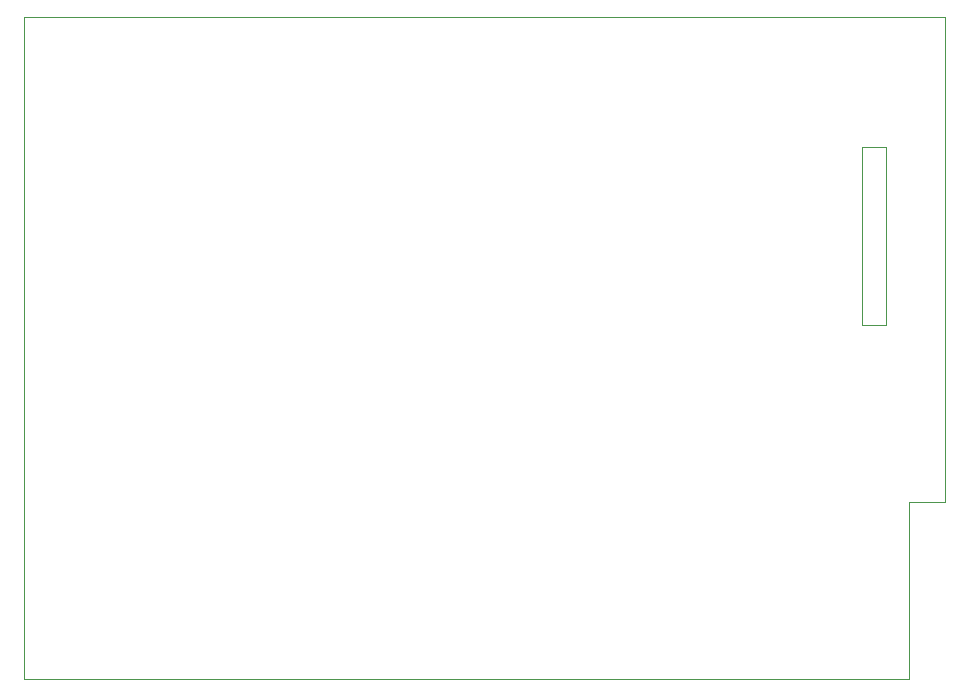
<source format=gbr>
%TF.GenerationSoftware,KiCad,Pcbnew,5.1.5-52549c5~84~ubuntu19.04.1*%
%TF.CreationDate,2020-04-18T11:31:06+00:00*%
%TF.ProjectId,alakol,616c616b-6f6c-42e6-9b69-6361645f7063,rev.1*%
%TF.SameCoordinates,Original*%
%TF.FileFunction,Profile,NP*%
%FSLAX45Y45*%
G04 Gerber Fmt 4.5, Leading zero omitted, Abs format (unit mm)*
G04 Created by KiCad (PCBNEW 5.1.5-52549c5~84~ubuntu19.04.1) date 2020-04-18 11:31:06*
%MOMM*%
%LPD*%
G04 APERTURE LIST*
%ADD10C,0.100000*%
G04 APERTURE END LIST*
D10*
X12200000Y-15400000D02*
X12200000Y-15600000D01*
X19700000Y-15400000D02*
X19700000Y-15600000D01*
X12200000Y-14500000D02*
X12200000Y-15300000D01*
X19700000Y-14600000D02*
X19700000Y-15400000D01*
X12200000Y-15600000D02*
X19700000Y-15600000D01*
X12200000Y-15300000D02*
X12200000Y-15400000D01*
X12200000Y-14400000D02*
X12200000Y-14500000D01*
X12200000Y-10000000D02*
X12200000Y-14400000D01*
X12200000Y-10000000D02*
X18000000Y-10000000D01*
X19500000Y-12600000D02*
X19500000Y-11100000D01*
X19700000Y-14100000D02*
X19700000Y-14600000D01*
X20000000Y-14100000D02*
X19700000Y-14100000D01*
X20000000Y-12600000D02*
X20000000Y-14100000D01*
X20000000Y-10000000D02*
X18000000Y-10000000D01*
X20000000Y-11100000D02*
X20000000Y-10000000D01*
X20000000Y-12600000D02*
X20000000Y-11100000D01*
X19500000Y-11100000D02*
X19300000Y-11100000D01*
X19300000Y-12600000D02*
X19500000Y-12600000D01*
X19300000Y-11100000D02*
X19300000Y-12600000D01*
M02*

</source>
